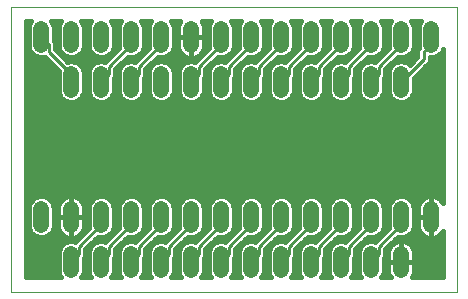
<source format=gtl>
G75*
%MOIN*%
%OFA0B0*%
%FSLAX25Y25*%
%IPPOS*%
%LPD*%
%AMOC8*
5,1,8,0,0,1.08239X$1,22.5*
%
%ADD10C,0.00000*%
%ADD11C,0.05200*%
%ADD12C,0.01000*%
%ADD13C,0.01600*%
D10*
X0011800Y0011800D02*
X0011800Y0106761D01*
X0160501Y0106761D01*
X0160501Y0011800D01*
X0011800Y0011800D01*
D11*
X0031800Y0019200D02*
X0031800Y0024400D01*
X0041800Y0024400D02*
X0041800Y0019200D01*
X0051800Y0019200D02*
X0051800Y0024400D01*
X0061800Y0024400D02*
X0061800Y0019200D01*
X0071800Y0019200D02*
X0071800Y0024400D01*
X0081800Y0024400D02*
X0081800Y0019200D01*
X0091800Y0019200D02*
X0091800Y0024400D01*
X0101800Y0024400D02*
X0101800Y0019200D01*
X0111800Y0019200D02*
X0111800Y0024400D01*
X0121800Y0024400D02*
X0121800Y0019200D01*
X0131800Y0019200D02*
X0131800Y0024400D01*
X0141800Y0024400D02*
X0141800Y0019200D01*
X0141800Y0034200D02*
X0141800Y0039400D01*
X0131800Y0039400D02*
X0131800Y0034200D01*
X0121800Y0034200D02*
X0121800Y0039400D01*
X0111800Y0039400D02*
X0111800Y0034200D01*
X0101800Y0034200D02*
X0101800Y0039400D01*
X0091800Y0039400D02*
X0091800Y0034200D01*
X0081800Y0034200D02*
X0081800Y0039400D01*
X0071800Y0039400D02*
X0071800Y0034200D01*
X0061800Y0034200D02*
X0061800Y0039400D01*
X0051800Y0039400D02*
X0051800Y0034200D01*
X0041800Y0034200D02*
X0041800Y0039400D01*
X0031800Y0039400D02*
X0031800Y0034200D01*
X0021800Y0034200D02*
X0021800Y0039400D01*
X0031800Y0079200D02*
X0031800Y0084400D01*
X0041800Y0084400D02*
X0041800Y0079200D01*
X0051800Y0079200D02*
X0051800Y0084400D01*
X0061800Y0084400D02*
X0061800Y0079200D01*
X0071800Y0079200D02*
X0071800Y0084400D01*
X0081800Y0084400D02*
X0081800Y0079200D01*
X0091800Y0079200D02*
X0091800Y0084400D01*
X0101800Y0084400D02*
X0101800Y0079200D01*
X0111800Y0079200D02*
X0111800Y0084400D01*
X0121800Y0084400D02*
X0121800Y0079200D01*
X0131800Y0079200D02*
X0131800Y0084400D01*
X0141800Y0084400D02*
X0141800Y0079200D01*
X0141800Y0094200D02*
X0141800Y0099400D01*
X0131800Y0099400D02*
X0131800Y0094200D01*
X0121800Y0094200D02*
X0121800Y0099400D01*
X0111800Y0099400D02*
X0111800Y0094200D01*
X0101800Y0094200D02*
X0101800Y0099400D01*
X0091800Y0099400D02*
X0091800Y0094200D01*
X0081800Y0094200D02*
X0081800Y0099400D01*
X0071800Y0099400D02*
X0071800Y0094200D01*
X0061800Y0094200D02*
X0061800Y0099400D01*
X0051800Y0099400D02*
X0051800Y0094200D01*
X0041800Y0094200D02*
X0041800Y0099400D01*
X0031800Y0099400D02*
X0031800Y0094200D01*
X0021800Y0094200D02*
X0021800Y0099400D01*
X0151800Y0099400D02*
X0151800Y0094200D01*
X0151800Y0039400D02*
X0151800Y0034200D01*
D12*
X0141800Y0034300D02*
X0141800Y0036800D01*
X0141800Y0034300D02*
X0134300Y0026800D01*
X0134300Y0024300D01*
X0131800Y0021800D01*
X0124300Y0024300D02*
X0124300Y0026800D01*
X0131800Y0034300D01*
X0131800Y0036800D01*
X0121800Y0036800D02*
X0121800Y0034300D01*
X0114300Y0026800D01*
X0114300Y0024300D01*
X0111800Y0021800D01*
X0104300Y0024300D02*
X0104300Y0026800D01*
X0111800Y0034300D01*
X0111800Y0036800D01*
X0101800Y0036800D02*
X0101800Y0034300D01*
X0094300Y0026800D01*
X0094300Y0024300D01*
X0091800Y0021800D01*
X0084300Y0024300D02*
X0084300Y0026800D01*
X0091800Y0034300D01*
X0091800Y0036800D01*
X0081800Y0036800D02*
X0081800Y0034300D01*
X0074300Y0026800D01*
X0074300Y0024300D01*
X0071800Y0021800D01*
X0064300Y0024300D02*
X0064300Y0026800D01*
X0071800Y0034300D01*
X0071800Y0036800D01*
X0061800Y0036800D02*
X0061800Y0034300D01*
X0054300Y0026800D01*
X0054300Y0024300D01*
X0051800Y0021800D01*
X0044300Y0024300D02*
X0044300Y0026800D01*
X0051800Y0034300D01*
X0051800Y0036800D01*
X0041800Y0036800D02*
X0041800Y0034300D01*
X0034300Y0026800D01*
X0034300Y0024300D01*
X0031800Y0021800D01*
X0041800Y0021800D02*
X0044300Y0024300D01*
X0061800Y0021800D02*
X0064300Y0024300D01*
X0081800Y0021800D02*
X0084300Y0024300D01*
X0101800Y0021800D02*
X0104300Y0024300D01*
X0121800Y0021800D02*
X0124300Y0024300D01*
X0121800Y0081800D02*
X0124300Y0084300D01*
X0124300Y0086800D01*
X0131800Y0094300D01*
X0131800Y0096800D01*
X0121800Y0096800D02*
X0121800Y0094300D01*
X0114300Y0086800D01*
X0114300Y0084300D01*
X0111800Y0081800D01*
X0104300Y0084300D02*
X0104300Y0086800D01*
X0111800Y0094300D01*
X0111800Y0096800D01*
X0101800Y0096800D02*
X0101800Y0094300D01*
X0094300Y0086800D01*
X0094300Y0084300D01*
X0091800Y0081800D01*
X0084300Y0084300D02*
X0084300Y0086800D01*
X0091800Y0094300D01*
X0091800Y0096800D01*
X0081800Y0096800D02*
X0081800Y0094300D01*
X0074300Y0086800D01*
X0074300Y0084300D01*
X0071800Y0081800D01*
X0081800Y0081800D02*
X0084300Y0084300D01*
X0101800Y0081800D02*
X0104300Y0084300D01*
X0131800Y0081800D02*
X0134300Y0084300D01*
X0134300Y0086800D01*
X0141800Y0094300D01*
X0141800Y0096800D01*
X0149300Y0091800D02*
X0151800Y0094300D01*
X0151800Y0096800D01*
X0149300Y0091800D02*
X0149300Y0089300D01*
X0141800Y0081800D01*
X0061800Y0094300D02*
X0061800Y0096800D01*
X0061800Y0094300D02*
X0054300Y0086800D01*
X0054300Y0084300D01*
X0051800Y0081800D01*
X0044300Y0084300D02*
X0044300Y0086800D01*
X0051800Y0094300D01*
X0051800Y0096800D01*
X0044300Y0084300D02*
X0041800Y0081800D01*
X0031800Y0081800D02*
X0031800Y0084300D01*
X0024300Y0091800D01*
X0024300Y0094300D01*
X0021800Y0096800D01*
D13*
X0026000Y0096521D02*
X0027600Y0096521D01*
X0027600Y0094923D02*
X0026400Y0094923D01*
X0026400Y0095170D02*
X0026000Y0095570D01*
X0026000Y0100235D01*
X0025361Y0101779D01*
X0025179Y0101961D01*
X0028421Y0101961D01*
X0028239Y0101779D01*
X0027600Y0100235D01*
X0027600Y0093365D01*
X0028239Y0091821D01*
X0029421Y0090639D01*
X0030965Y0090000D01*
X0032635Y0090000D01*
X0034179Y0090639D01*
X0035361Y0091821D01*
X0036000Y0093365D01*
X0036000Y0100235D01*
X0035361Y0101779D01*
X0035179Y0101961D01*
X0038421Y0101961D01*
X0038239Y0101779D01*
X0037600Y0100235D01*
X0037600Y0093365D01*
X0038239Y0091821D01*
X0039421Y0090639D01*
X0040965Y0090000D01*
X0042635Y0090000D01*
X0044179Y0090639D01*
X0045361Y0091821D01*
X0046000Y0093365D01*
X0046000Y0100235D01*
X0045361Y0101779D01*
X0045179Y0101961D01*
X0048421Y0101961D01*
X0048239Y0101779D01*
X0047600Y0100235D01*
X0047600Y0093365D01*
X0047686Y0093156D01*
X0042985Y0088455D01*
X0042635Y0088600D01*
X0040965Y0088600D01*
X0039421Y0087961D01*
X0038239Y0086779D01*
X0037600Y0085235D01*
X0037600Y0078365D01*
X0038239Y0076821D01*
X0039421Y0075639D01*
X0040965Y0075000D01*
X0042635Y0075000D01*
X0044179Y0075639D01*
X0045361Y0076821D01*
X0046000Y0078365D01*
X0046000Y0083030D01*
X0046400Y0083430D01*
X0046400Y0085930D01*
X0050615Y0090145D01*
X0050965Y0090000D01*
X0052635Y0090000D01*
X0054179Y0090639D01*
X0055361Y0091821D01*
X0056000Y0093365D01*
X0056000Y0100235D01*
X0055361Y0101779D01*
X0055179Y0101961D01*
X0058421Y0101961D01*
X0058239Y0101779D01*
X0057600Y0100235D01*
X0057600Y0093365D01*
X0057686Y0093156D01*
X0052985Y0088455D01*
X0052635Y0088600D01*
X0050965Y0088600D01*
X0049421Y0087961D01*
X0048239Y0086779D01*
X0047600Y0085235D01*
X0047600Y0078365D01*
X0048239Y0076821D01*
X0049421Y0075639D01*
X0050965Y0075000D01*
X0052635Y0075000D01*
X0054179Y0075639D01*
X0055361Y0076821D01*
X0056000Y0078365D01*
X0056000Y0083030D01*
X0056400Y0083430D01*
X0056400Y0085930D01*
X0060615Y0090145D01*
X0060965Y0090000D01*
X0062635Y0090000D01*
X0064179Y0090639D01*
X0065361Y0091821D01*
X0066000Y0093365D01*
X0066000Y0100235D01*
X0065361Y0101779D01*
X0065179Y0101961D01*
X0068222Y0101961D01*
X0068037Y0101706D01*
X0067722Y0101089D01*
X0067508Y0100430D01*
X0067400Y0099746D01*
X0067400Y0096800D01*
X0071800Y0096800D01*
X0076200Y0096800D01*
X0076200Y0099746D01*
X0076092Y0100430D01*
X0075878Y0101089D01*
X0075563Y0101706D01*
X0075378Y0101961D01*
X0078421Y0101961D01*
X0078239Y0101779D01*
X0077600Y0100235D01*
X0077600Y0093365D01*
X0077686Y0093156D01*
X0072985Y0088455D01*
X0072635Y0088600D01*
X0070965Y0088600D01*
X0069421Y0087961D01*
X0068239Y0086779D01*
X0067600Y0085235D01*
X0067600Y0078365D01*
X0068239Y0076821D01*
X0069421Y0075639D01*
X0070965Y0075000D01*
X0072635Y0075000D01*
X0074179Y0075639D01*
X0075361Y0076821D01*
X0076000Y0078365D01*
X0076000Y0083030D01*
X0076400Y0083430D01*
X0076400Y0085930D01*
X0080615Y0090145D01*
X0080965Y0090000D01*
X0082635Y0090000D01*
X0084179Y0090639D01*
X0085361Y0091821D01*
X0086000Y0093365D01*
X0086000Y0100235D01*
X0085361Y0101779D01*
X0085179Y0101961D01*
X0088421Y0101961D01*
X0088239Y0101779D01*
X0087600Y0100235D01*
X0087600Y0093365D01*
X0087686Y0093156D01*
X0082985Y0088455D01*
X0082635Y0088600D01*
X0080965Y0088600D01*
X0079421Y0087961D01*
X0078239Y0086779D01*
X0077600Y0085235D01*
X0077600Y0078365D01*
X0078239Y0076821D01*
X0079421Y0075639D01*
X0080965Y0075000D01*
X0082635Y0075000D01*
X0084179Y0075639D01*
X0085361Y0076821D01*
X0086000Y0078365D01*
X0086000Y0083030D01*
X0086400Y0083430D01*
X0086400Y0085930D01*
X0090615Y0090145D01*
X0090965Y0090000D01*
X0092635Y0090000D01*
X0094179Y0090639D01*
X0095361Y0091821D01*
X0096000Y0093365D01*
X0096000Y0100235D01*
X0095361Y0101779D01*
X0095179Y0101961D01*
X0098421Y0101961D01*
X0098239Y0101779D01*
X0097600Y0100235D01*
X0097600Y0093365D01*
X0097686Y0093156D01*
X0092985Y0088455D01*
X0092635Y0088600D01*
X0090965Y0088600D01*
X0089421Y0087961D01*
X0088239Y0086779D01*
X0087600Y0085235D01*
X0087600Y0078365D01*
X0088239Y0076821D01*
X0089421Y0075639D01*
X0090965Y0075000D01*
X0092635Y0075000D01*
X0094179Y0075639D01*
X0095361Y0076821D01*
X0096000Y0078365D01*
X0096000Y0083030D01*
X0096400Y0083430D01*
X0096400Y0085930D01*
X0100615Y0090145D01*
X0100965Y0090000D01*
X0102635Y0090000D01*
X0104179Y0090639D01*
X0105361Y0091821D01*
X0106000Y0093365D01*
X0106000Y0100235D01*
X0105361Y0101779D01*
X0105179Y0101961D01*
X0108421Y0101961D01*
X0108239Y0101779D01*
X0107600Y0100235D01*
X0107600Y0093365D01*
X0107686Y0093156D01*
X0102985Y0088455D01*
X0102635Y0088600D01*
X0100965Y0088600D01*
X0099421Y0087961D01*
X0098239Y0086779D01*
X0097600Y0085235D01*
X0097600Y0078365D01*
X0098239Y0076821D01*
X0099421Y0075639D01*
X0100965Y0075000D01*
X0102635Y0075000D01*
X0104179Y0075639D01*
X0105361Y0076821D01*
X0106000Y0078365D01*
X0106000Y0083030D01*
X0106400Y0083430D01*
X0106400Y0085930D01*
X0110615Y0090145D01*
X0110965Y0090000D01*
X0112635Y0090000D01*
X0114179Y0090639D01*
X0115361Y0091821D01*
X0116000Y0093365D01*
X0116000Y0100235D01*
X0115361Y0101779D01*
X0115179Y0101961D01*
X0118421Y0101961D01*
X0118239Y0101779D01*
X0117600Y0100235D01*
X0117600Y0093365D01*
X0117686Y0093156D01*
X0112985Y0088455D01*
X0112635Y0088600D01*
X0110965Y0088600D01*
X0109421Y0087961D01*
X0108239Y0086779D01*
X0107600Y0085235D01*
X0107600Y0078365D01*
X0108239Y0076821D01*
X0109421Y0075639D01*
X0110965Y0075000D01*
X0112635Y0075000D01*
X0114179Y0075639D01*
X0115361Y0076821D01*
X0116000Y0078365D01*
X0116000Y0083030D01*
X0116400Y0083430D01*
X0116400Y0085930D01*
X0120615Y0090145D01*
X0120965Y0090000D01*
X0122635Y0090000D01*
X0124179Y0090639D01*
X0125361Y0091821D01*
X0126000Y0093365D01*
X0126000Y0100235D01*
X0125361Y0101779D01*
X0125179Y0101961D01*
X0128421Y0101961D01*
X0128239Y0101779D01*
X0127600Y0100235D01*
X0127600Y0093365D01*
X0127686Y0093156D01*
X0122985Y0088455D01*
X0122635Y0088600D01*
X0120965Y0088600D01*
X0119421Y0087961D01*
X0118239Y0086779D01*
X0117600Y0085235D01*
X0117600Y0078365D01*
X0118239Y0076821D01*
X0119421Y0075639D01*
X0120965Y0075000D01*
X0122635Y0075000D01*
X0124179Y0075639D01*
X0125361Y0076821D01*
X0126000Y0078365D01*
X0126000Y0083030D01*
X0126400Y0083430D01*
X0126400Y0085930D01*
X0130615Y0090145D01*
X0130965Y0090000D01*
X0132635Y0090000D01*
X0134179Y0090639D01*
X0135361Y0091821D01*
X0136000Y0093365D01*
X0136000Y0100235D01*
X0135361Y0101779D01*
X0135179Y0101961D01*
X0138421Y0101961D01*
X0138239Y0101779D01*
X0137600Y0100235D01*
X0137600Y0093365D01*
X0137686Y0093156D01*
X0132985Y0088455D01*
X0132635Y0088600D01*
X0130965Y0088600D01*
X0129421Y0087961D01*
X0128239Y0086779D01*
X0127600Y0085235D01*
X0127600Y0078365D01*
X0128239Y0076821D01*
X0129421Y0075639D01*
X0130965Y0075000D01*
X0132635Y0075000D01*
X0134179Y0075639D01*
X0135361Y0076821D01*
X0136000Y0078365D01*
X0136000Y0083030D01*
X0136400Y0083430D01*
X0136400Y0085930D01*
X0140615Y0090145D01*
X0140965Y0090000D01*
X0142635Y0090000D01*
X0144179Y0090639D01*
X0145361Y0091821D01*
X0146000Y0093365D01*
X0146000Y0100235D01*
X0145361Y0101779D01*
X0145179Y0101961D01*
X0148421Y0101961D01*
X0148239Y0101779D01*
X0147600Y0100235D01*
X0147600Y0093365D01*
X0147686Y0093156D01*
X0147200Y0092670D01*
X0147200Y0090170D01*
X0144585Y0087555D01*
X0144179Y0087961D01*
X0142635Y0088600D01*
X0140965Y0088600D01*
X0139421Y0087961D01*
X0138239Y0086779D01*
X0137600Y0085235D01*
X0137600Y0078365D01*
X0138239Y0076821D01*
X0139421Y0075639D01*
X0140965Y0075000D01*
X0142635Y0075000D01*
X0144179Y0075639D01*
X0145361Y0076821D01*
X0146000Y0078365D01*
X0146000Y0083030D01*
X0151400Y0088430D01*
X0151400Y0090000D01*
X0152635Y0090000D01*
X0154179Y0090639D01*
X0155361Y0091821D01*
X0155701Y0092642D01*
X0155701Y0041436D01*
X0155563Y0041706D01*
X0155156Y0042266D01*
X0154666Y0042756D01*
X0154106Y0043163D01*
X0153489Y0043478D01*
X0152830Y0043692D01*
X0152146Y0043800D01*
X0151800Y0043800D01*
X0151800Y0036800D01*
X0151800Y0036800D01*
X0151800Y0029800D01*
X0152146Y0029800D01*
X0152830Y0029908D01*
X0153489Y0030122D01*
X0154106Y0030437D01*
X0154666Y0030844D01*
X0155156Y0031334D01*
X0155563Y0031894D01*
X0155701Y0032164D01*
X0155701Y0016600D01*
X0145350Y0016600D01*
X0145563Y0016894D01*
X0145878Y0017511D01*
X0146092Y0018170D01*
X0146200Y0018854D01*
X0146200Y0021800D01*
X0146200Y0024746D01*
X0146092Y0025430D01*
X0145878Y0026089D01*
X0145563Y0026706D01*
X0145156Y0027266D01*
X0144666Y0027756D01*
X0144106Y0028163D01*
X0143489Y0028478D01*
X0142830Y0028692D01*
X0142146Y0028800D01*
X0141800Y0028800D01*
X0141800Y0021800D01*
X0141800Y0021800D01*
X0146200Y0021800D01*
X0141800Y0021800D01*
X0141800Y0021800D01*
X0141800Y0021800D01*
X0137400Y0021800D01*
X0137400Y0024746D01*
X0137508Y0025430D01*
X0137722Y0026089D01*
X0138037Y0026706D01*
X0138444Y0027266D01*
X0138934Y0027756D01*
X0139494Y0028163D01*
X0140111Y0028478D01*
X0140770Y0028692D01*
X0141454Y0028800D01*
X0141800Y0028800D01*
X0141800Y0021800D01*
X0137400Y0021800D01*
X0137400Y0018854D01*
X0137508Y0018170D01*
X0137722Y0017511D01*
X0138037Y0016894D01*
X0138250Y0016600D01*
X0135140Y0016600D01*
X0135361Y0016821D01*
X0136000Y0018365D01*
X0136000Y0023030D01*
X0136400Y0023430D01*
X0136400Y0025930D01*
X0140615Y0030145D01*
X0140965Y0030000D01*
X0142635Y0030000D01*
X0144179Y0030639D01*
X0145361Y0031821D01*
X0146000Y0033365D01*
X0146000Y0040235D01*
X0145361Y0041779D01*
X0144179Y0042961D01*
X0142635Y0043600D01*
X0140965Y0043600D01*
X0139421Y0042961D01*
X0138239Y0041779D01*
X0137600Y0040235D01*
X0137600Y0033365D01*
X0137686Y0033156D01*
X0132985Y0028455D01*
X0132635Y0028600D01*
X0130965Y0028600D01*
X0129421Y0027961D01*
X0128239Y0026779D01*
X0127600Y0025235D01*
X0127600Y0018365D01*
X0128239Y0016821D01*
X0128460Y0016600D01*
X0125140Y0016600D01*
X0125361Y0016821D01*
X0126000Y0018365D01*
X0126000Y0023030D01*
X0126400Y0023430D01*
X0126400Y0025930D01*
X0130615Y0030145D01*
X0130965Y0030000D01*
X0132635Y0030000D01*
X0134179Y0030639D01*
X0135361Y0031821D01*
X0136000Y0033365D01*
X0136000Y0040235D01*
X0135361Y0041779D01*
X0134179Y0042961D01*
X0132635Y0043600D01*
X0130965Y0043600D01*
X0129421Y0042961D01*
X0128239Y0041779D01*
X0127600Y0040235D01*
X0127600Y0033365D01*
X0127686Y0033156D01*
X0122985Y0028455D01*
X0122635Y0028600D01*
X0120965Y0028600D01*
X0119421Y0027961D01*
X0118239Y0026779D01*
X0117600Y0025235D01*
X0117600Y0018365D01*
X0118239Y0016821D01*
X0118460Y0016600D01*
X0115140Y0016600D01*
X0115361Y0016821D01*
X0116000Y0018365D01*
X0116000Y0023030D01*
X0116400Y0023430D01*
X0116400Y0025930D01*
X0120615Y0030145D01*
X0120965Y0030000D01*
X0122635Y0030000D01*
X0124179Y0030639D01*
X0125361Y0031821D01*
X0126000Y0033365D01*
X0126000Y0040235D01*
X0125361Y0041779D01*
X0124179Y0042961D01*
X0122635Y0043600D01*
X0120965Y0043600D01*
X0119421Y0042961D01*
X0118239Y0041779D01*
X0117600Y0040235D01*
X0117600Y0033365D01*
X0117686Y0033156D01*
X0112985Y0028455D01*
X0112635Y0028600D01*
X0110965Y0028600D01*
X0109421Y0027961D01*
X0108239Y0026779D01*
X0107600Y0025235D01*
X0107600Y0018365D01*
X0108239Y0016821D01*
X0108460Y0016600D01*
X0105140Y0016600D01*
X0105361Y0016821D01*
X0106000Y0018365D01*
X0106000Y0023030D01*
X0106400Y0023430D01*
X0106400Y0025930D01*
X0110615Y0030145D01*
X0110965Y0030000D01*
X0112635Y0030000D01*
X0114179Y0030639D01*
X0115361Y0031821D01*
X0116000Y0033365D01*
X0116000Y0040235D01*
X0115361Y0041779D01*
X0114179Y0042961D01*
X0112635Y0043600D01*
X0110965Y0043600D01*
X0109421Y0042961D01*
X0108239Y0041779D01*
X0107600Y0040235D01*
X0107600Y0033365D01*
X0107686Y0033156D01*
X0102985Y0028455D01*
X0102635Y0028600D01*
X0100965Y0028600D01*
X0099421Y0027961D01*
X0098239Y0026779D01*
X0097600Y0025235D01*
X0097600Y0018365D01*
X0098239Y0016821D01*
X0098460Y0016600D01*
X0095140Y0016600D01*
X0095361Y0016821D01*
X0096000Y0018365D01*
X0096000Y0023030D01*
X0096400Y0023430D01*
X0096400Y0025930D01*
X0100615Y0030145D01*
X0100965Y0030000D01*
X0102635Y0030000D01*
X0104179Y0030639D01*
X0105361Y0031821D01*
X0106000Y0033365D01*
X0106000Y0040235D01*
X0105361Y0041779D01*
X0104179Y0042961D01*
X0102635Y0043600D01*
X0100965Y0043600D01*
X0099421Y0042961D01*
X0098239Y0041779D01*
X0097600Y0040235D01*
X0097600Y0033365D01*
X0097686Y0033156D01*
X0092985Y0028455D01*
X0092635Y0028600D01*
X0090965Y0028600D01*
X0089421Y0027961D01*
X0088239Y0026779D01*
X0087600Y0025235D01*
X0087600Y0018365D01*
X0088239Y0016821D01*
X0088460Y0016600D01*
X0085140Y0016600D01*
X0085361Y0016821D01*
X0086000Y0018365D01*
X0086000Y0023030D01*
X0086400Y0023430D01*
X0086400Y0025930D01*
X0090615Y0030145D01*
X0090965Y0030000D01*
X0092635Y0030000D01*
X0094179Y0030639D01*
X0095361Y0031821D01*
X0096000Y0033365D01*
X0096000Y0040235D01*
X0095361Y0041779D01*
X0094179Y0042961D01*
X0092635Y0043600D01*
X0090965Y0043600D01*
X0089421Y0042961D01*
X0088239Y0041779D01*
X0087600Y0040235D01*
X0087600Y0033365D01*
X0087686Y0033156D01*
X0082985Y0028455D01*
X0082635Y0028600D01*
X0080965Y0028600D01*
X0079421Y0027961D01*
X0078239Y0026779D01*
X0077600Y0025235D01*
X0077600Y0018365D01*
X0078239Y0016821D01*
X0078460Y0016600D01*
X0075140Y0016600D01*
X0075361Y0016821D01*
X0076000Y0018365D01*
X0076000Y0023030D01*
X0076400Y0023430D01*
X0076400Y0025930D01*
X0080615Y0030145D01*
X0080965Y0030000D01*
X0082635Y0030000D01*
X0084179Y0030639D01*
X0085361Y0031821D01*
X0086000Y0033365D01*
X0086000Y0040235D01*
X0085361Y0041779D01*
X0084179Y0042961D01*
X0082635Y0043600D01*
X0080965Y0043600D01*
X0079421Y0042961D01*
X0078239Y0041779D01*
X0077600Y0040235D01*
X0077600Y0033365D01*
X0077686Y0033156D01*
X0072985Y0028455D01*
X0072635Y0028600D01*
X0070965Y0028600D01*
X0069421Y0027961D01*
X0068239Y0026779D01*
X0067600Y0025235D01*
X0067600Y0018365D01*
X0068239Y0016821D01*
X0068460Y0016600D01*
X0065140Y0016600D01*
X0065361Y0016821D01*
X0066000Y0018365D01*
X0066000Y0023030D01*
X0066400Y0023430D01*
X0066400Y0025930D01*
X0070615Y0030145D01*
X0070965Y0030000D01*
X0072635Y0030000D01*
X0074179Y0030639D01*
X0075361Y0031821D01*
X0076000Y0033365D01*
X0076000Y0040235D01*
X0075361Y0041779D01*
X0074179Y0042961D01*
X0072635Y0043600D01*
X0070965Y0043600D01*
X0069421Y0042961D01*
X0068239Y0041779D01*
X0067600Y0040235D01*
X0067600Y0033365D01*
X0067686Y0033156D01*
X0062985Y0028455D01*
X0062635Y0028600D01*
X0060965Y0028600D01*
X0059421Y0027961D01*
X0058239Y0026779D01*
X0057600Y0025235D01*
X0057600Y0018365D01*
X0058239Y0016821D01*
X0058460Y0016600D01*
X0055140Y0016600D01*
X0055361Y0016821D01*
X0056000Y0018365D01*
X0056000Y0023030D01*
X0056400Y0023430D01*
X0056400Y0025930D01*
X0060615Y0030145D01*
X0060965Y0030000D01*
X0062635Y0030000D01*
X0064179Y0030639D01*
X0065361Y0031821D01*
X0066000Y0033365D01*
X0066000Y0040235D01*
X0065361Y0041779D01*
X0064179Y0042961D01*
X0062635Y0043600D01*
X0060965Y0043600D01*
X0059421Y0042961D01*
X0058239Y0041779D01*
X0057600Y0040235D01*
X0057600Y0033365D01*
X0057686Y0033156D01*
X0052985Y0028455D01*
X0052635Y0028600D01*
X0050965Y0028600D01*
X0049421Y0027961D01*
X0048239Y0026779D01*
X0047600Y0025235D01*
X0047600Y0018365D01*
X0048239Y0016821D01*
X0048460Y0016600D01*
X0045140Y0016600D01*
X0045361Y0016821D01*
X0046000Y0018365D01*
X0046000Y0023030D01*
X0046400Y0023430D01*
X0046400Y0025930D01*
X0050615Y0030145D01*
X0050965Y0030000D01*
X0052635Y0030000D01*
X0054179Y0030639D01*
X0055361Y0031821D01*
X0056000Y0033365D01*
X0056000Y0040235D01*
X0055361Y0041779D01*
X0054179Y0042961D01*
X0052635Y0043600D01*
X0050965Y0043600D01*
X0049421Y0042961D01*
X0048239Y0041779D01*
X0047600Y0040235D01*
X0047600Y0033365D01*
X0047686Y0033156D01*
X0042985Y0028455D01*
X0042635Y0028600D01*
X0040965Y0028600D01*
X0039421Y0027961D01*
X0038239Y0026779D01*
X0037600Y0025235D01*
X0037600Y0018365D01*
X0038239Y0016821D01*
X0038460Y0016600D01*
X0035140Y0016600D01*
X0035361Y0016821D01*
X0036000Y0018365D01*
X0036000Y0023030D01*
X0036400Y0023430D01*
X0036400Y0025930D01*
X0040615Y0030145D01*
X0040965Y0030000D01*
X0042635Y0030000D01*
X0044179Y0030639D01*
X0045361Y0031821D01*
X0046000Y0033365D01*
X0046000Y0040235D01*
X0045361Y0041779D01*
X0044179Y0042961D01*
X0042635Y0043600D01*
X0040965Y0043600D01*
X0039421Y0042961D01*
X0038239Y0041779D01*
X0037600Y0040235D01*
X0037600Y0033365D01*
X0037686Y0033156D01*
X0032985Y0028455D01*
X0032635Y0028600D01*
X0030965Y0028600D01*
X0029421Y0027961D01*
X0028239Y0026779D01*
X0027600Y0025235D01*
X0027600Y0018365D01*
X0028239Y0016821D01*
X0028460Y0016600D01*
X0016600Y0016600D01*
X0016600Y0101961D01*
X0018421Y0101961D01*
X0018239Y0101779D01*
X0017600Y0100235D01*
X0017600Y0093365D01*
X0018239Y0091821D01*
X0019421Y0090639D01*
X0020965Y0090000D01*
X0022635Y0090000D01*
X0022985Y0090145D01*
X0027686Y0085444D01*
X0027600Y0085235D01*
X0027600Y0078365D01*
X0028239Y0076821D01*
X0029421Y0075639D01*
X0030965Y0075000D01*
X0032635Y0075000D01*
X0034179Y0075639D01*
X0035361Y0076821D01*
X0036000Y0078365D01*
X0036000Y0085235D01*
X0035361Y0086779D01*
X0034179Y0087961D01*
X0032635Y0088600D01*
X0030965Y0088600D01*
X0030615Y0088455D01*
X0026400Y0092670D01*
X0026400Y0095170D01*
X0026400Y0093324D02*
X0027617Y0093324D01*
X0027344Y0091726D02*
X0028335Y0091726D01*
X0028943Y0090127D02*
X0030658Y0090127D01*
X0030541Y0088529D02*
X0030792Y0088529D01*
X0032808Y0088529D02*
X0040792Y0088529D01*
X0040658Y0090127D02*
X0032942Y0090127D01*
X0035265Y0091726D02*
X0038335Y0091726D01*
X0037617Y0093324D02*
X0035983Y0093324D01*
X0036000Y0094923D02*
X0037600Y0094923D01*
X0037600Y0096521D02*
X0036000Y0096521D01*
X0036000Y0098120D02*
X0037600Y0098120D01*
X0037600Y0099718D02*
X0036000Y0099718D01*
X0035552Y0101317D02*
X0038048Y0101317D01*
X0045552Y0101317D02*
X0048048Y0101317D01*
X0047600Y0099718D02*
X0046000Y0099718D01*
X0046000Y0098120D02*
X0047600Y0098120D01*
X0047600Y0096521D02*
X0046000Y0096521D01*
X0046000Y0094923D02*
X0047600Y0094923D01*
X0047617Y0093324D02*
X0045983Y0093324D01*
X0046256Y0091726D02*
X0045265Y0091726D01*
X0044657Y0090127D02*
X0042942Y0090127D01*
X0043059Y0088529D02*
X0042808Y0088529D01*
X0038390Y0086930D02*
X0035210Y0086930D01*
X0035960Y0085332D02*
X0037640Y0085332D01*
X0037600Y0083733D02*
X0036000Y0083733D01*
X0036000Y0082134D02*
X0037600Y0082134D01*
X0037600Y0080536D02*
X0036000Y0080536D01*
X0036000Y0078937D02*
X0037600Y0078937D01*
X0038025Y0077339D02*
X0035575Y0077339D01*
X0034280Y0075740D02*
X0039320Y0075740D01*
X0044280Y0075740D02*
X0049320Y0075740D01*
X0048025Y0077339D02*
X0045575Y0077339D01*
X0046000Y0078937D02*
X0047600Y0078937D01*
X0047600Y0080536D02*
X0046000Y0080536D01*
X0046000Y0082134D02*
X0047600Y0082134D01*
X0047600Y0083733D02*
X0046400Y0083733D01*
X0046400Y0085332D02*
X0047640Y0085332D01*
X0047400Y0086930D02*
X0048390Y0086930D01*
X0048998Y0088529D02*
X0050792Y0088529D01*
X0050658Y0090127D02*
X0050597Y0090127D01*
X0052942Y0090127D02*
X0054657Y0090127D01*
X0053059Y0088529D02*
X0052808Y0088529D01*
X0055265Y0091726D02*
X0056256Y0091726D01*
X0055983Y0093324D02*
X0057617Y0093324D01*
X0057600Y0094923D02*
X0056000Y0094923D01*
X0056000Y0096521D02*
X0057600Y0096521D01*
X0057600Y0098120D02*
X0056000Y0098120D01*
X0056000Y0099718D02*
X0057600Y0099718D01*
X0058048Y0101317D02*
X0055552Y0101317D01*
X0065552Y0101317D02*
X0067838Y0101317D01*
X0067400Y0099718D02*
X0066000Y0099718D01*
X0066000Y0098120D02*
X0067400Y0098120D01*
X0067400Y0096800D02*
X0067400Y0093854D01*
X0067508Y0093170D01*
X0067722Y0092511D01*
X0068037Y0091894D01*
X0068444Y0091334D01*
X0068934Y0090844D01*
X0069494Y0090437D01*
X0070111Y0090122D01*
X0070770Y0089908D01*
X0071454Y0089800D01*
X0071800Y0089800D01*
X0072146Y0089800D01*
X0072830Y0089908D01*
X0073489Y0090122D01*
X0074106Y0090437D01*
X0074666Y0090844D01*
X0075156Y0091334D01*
X0075563Y0091894D01*
X0075878Y0092511D01*
X0076092Y0093170D01*
X0076200Y0093854D01*
X0076200Y0096800D01*
X0071800Y0096800D01*
X0071800Y0096800D01*
X0071800Y0089800D01*
X0071800Y0096800D01*
X0071800Y0096800D01*
X0071800Y0096800D01*
X0067400Y0096800D01*
X0067400Y0096521D02*
X0066000Y0096521D01*
X0066000Y0094923D02*
X0067400Y0094923D01*
X0067484Y0093324D02*
X0065983Y0093324D01*
X0065265Y0091726D02*
X0068159Y0091726D01*
X0070102Y0090127D02*
X0062942Y0090127D01*
X0062635Y0088600D02*
X0060965Y0088600D01*
X0059421Y0087961D01*
X0058239Y0086779D01*
X0057600Y0085235D01*
X0057600Y0078365D01*
X0058239Y0076821D01*
X0059421Y0075639D01*
X0060965Y0075000D01*
X0062635Y0075000D01*
X0064179Y0075639D01*
X0065361Y0076821D01*
X0066000Y0078365D01*
X0066000Y0085235D01*
X0065361Y0086779D01*
X0064179Y0087961D01*
X0062635Y0088600D01*
X0062808Y0088529D02*
X0070792Y0088529D01*
X0071800Y0090127D02*
X0071800Y0090127D01*
X0073498Y0090127D02*
X0074657Y0090127D01*
X0073059Y0088529D02*
X0072808Y0088529D01*
X0068390Y0086930D02*
X0065210Y0086930D01*
X0065960Y0085332D02*
X0067640Y0085332D01*
X0067600Y0083733D02*
X0066000Y0083733D01*
X0066000Y0082134D02*
X0067600Y0082134D01*
X0067600Y0080536D02*
X0066000Y0080536D01*
X0066000Y0078937D02*
X0067600Y0078937D01*
X0068025Y0077339D02*
X0065575Y0077339D01*
X0064280Y0075740D02*
X0069320Y0075740D01*
X0074280Y0075740D02*
X0079320Y0075740D01*
X0078025Y0077339D02*
X0075575Y0077339D01*
X0076000Y0078937D02*
X0077600Y0078937D01*
X0077600Y0080536D02*
X0076000Y0080536D01*
X0076000Y0082134D02*
X0077600Y0082134D01*
X0077600Y0083733D02*
X0076400Y0083733D01*
X0076400Y0085332D02*
X0077640Y0085332D01*
X0077400Y0086930D02*
X0078390Y0086930D01*
X0078998Y0088529D02*
X0080792Y0088529D01*
X0080658Y0090127D02*
X0080597Y0090127D01*
X0082942Y0090127D02*
X0084657Y0090127D01*
X0083059Y0088529D02*
X0082808Y0088529D01*
X0085265Y0091726D02*
X0086256Y0091726D01*
X0085983Y0093324D02*
X0087617Y0093324D01*
X0087600Y0094923D02*
X0086000Y0094923D01*
X0086000Y0096521D02*
X0087600Y0096521D01*
X0087600Y0098120D02*
X0086000Y0098120D01*
X0086000Y0099718D02*
X0087600Y0099718D01*
X0088048Y0101317D02*
X0085552Y0101317D01*
X0078048Y0101317D02*
X0075762Y0101317D01*
X0076200Y0099718D02*
X0077600Y0099718D01*
X0077600Y0098120D02*
X0076200Y0098120D01*
X0076200Y0096521D02*
X0077600Y0096521D01*
X0077600Y0094923D02*
X0076200Y0094923D01*
X0076116Y0093324D02*
X0077617Y0093324D01*
X0076256Y0091726D02*
X0075441Y0091726D01*
X0071800Y0091726D02*
X0071800Y0091726D01*
X0071800Y0093324D02*
X0071800Y0093324D01*
X0071800Y0094923D02*
X0071800Y0094923D01*
X0071800Y0096521D02*
X0071800Y0096521D01*
X0060658Y0090127D02*
X0060597Y0090127D01*
X0060792Y0088529D02*
X0058998Y0088529D01*
X0058390Y0086930D02*
X0057400Y0086930D01*
X0057640Y0085332D02*
X0056400Y0085332D01*
X0056400Y0083733D02*
X0057600Y0083733D01*
X0057600Y0082134D02*
X0056000Y0082134D01*
X0056000Y0080536D02*
X0057600Y0080536D01*
X0057600Y0078937D02*
X0056000Y0078937D01*
X0055575Y0077339D02*
X0058025Y0077339D01*
X0059320Y0075740D02*
X0054280Y0075740D01*
X0029320Y0075740D02*
X0016600Y0075740D01*
X0016600Y0074142D02*
X0155701Y0074142D01*
X0155701Y0075740D02*
X0144280Y0075740D01*
X0145575Y0077339D02*
X0155701Y0077339D01*
X0155701Y0078937D02*
X0146000Y0078937D01*
X0146000Y0080536D02*
X0155701Y0080536D01*
X0155701Y0082134D02*
X0146000Y0082134D01*
X0146703Y0083733D02*
X0155701Y0083733D01*
X0155701Y0085332D02*
X0148301Y0085332D01*
X0149900Y0086930D02*
X0155701Y0086930D01*
X0155701Y0088529D02*
X0151400Y0088529D01*
X0152942Y0090127D02*
X0155701Y0090127D01*
X0155701Y0091726D02*
X0155265Y0091726D01*
X0147617Y0093324D02*
X0145983Y0093324D01*
X0145265Y0091726D02*
X0147200Y0091726D01*
X0147157Y0090127D02*
X0142942Y0090127D01*
X0142808Y0088529D02*
X0145559Y0088529D01*
X0140792Y0088529D02*
X0138998Y0088529D01*
X0138390Y0086930D02*
X0137400Y0086930D01*
X0137640Y0085332D02*
X0136400Y0085332D01*
X0136400Y0083733D02*
X0137600Y0083733D01*
X0137600Y0082134D02*
X0136000Y0082134D01*
X0136000Y0080536D02*
X0137600Y0080536D01*
X0137600Y0078937D02*
X0136000Y0078937D01*
X0135575Y0077339D02*
X0138025Y0077339D01*
X0139320Y0075740D02*
X0134280Y0075740D01*
X0129320Y0075740D02*
X0124280Y0075740D01*
X0125575Y0077339D02*
X0128025Y0077339D01*
X0127600Y0078937D02*
X0126000Y0078937D01*
X0126000Y0080536D02*
X0127600Y0080536D01*
X0127600Y0082134D02*
X0126000Y0082134D01*
X0126400Y0083733D02*
X0127600Y0083733D01*
X0127640Y0085332D02*
X0126400Y0085332D01*
X0127400Y0086930D02*
X0128390Y0086930D01*
X0128998Y0088529D02*
X0130792Y0088529D01*
X0130658Y0090127D02*
X0130597Y0090127D01*
X0132942Y0090127D02*
X0134657Y0090127D01*
X0133059Y0088529D02*
X0132808Y0088529D01*
X0135265Y0091726D02*
X0136256Y0091726D01*
X0135983Y0093324D02*
X0137617Y0093324D01*
X0137600Y0094923D02*
X0136000Y0094923D01*
X0136000Y0096521D02*
X0137600Y0096521D01*
X0137600Y0098120D02*
X0136000Y0098120D01*
X0136000Y0099718D02*
X0137600Y0099718D01*
X0138048Y0101317D02*
X0135552Y0101317D01*
X0128048Y0101317D02*
X0125552Y0101317D01*
X0126000Y0099718D02*
X0127600Y0099718D01*
X0127600Y0098120D02*
X0126000Y0098120D01*
X0126000Y0096521D02*
X0127600Y0096521D01*
X0127600Y0094923D02*
X0126000Y0094923D01*
X0125983Y0093324D02*
X0127617Y0093324D01*
X0126256Y0091726D02*
X0125265Y0091726D01*
X0124657Y0090127D02*
X0122942Y0090127D01*
X0123059Y0088529D02*
X0122808Y0088529D01*
X0120792Y0088529D02*
X0118998Y0088529D01*
X0118390Y0086930D02*
X0117400Y0086930D01*
X0117640Y0085332D02*
X0116400Y0085332D01*
X0116400Y0083733D02*
X0117600Y0083733D01*
X0117600Y0082134D02*
X0116000Y0082134D01*
X0116000Y0080536D02*
X0117600Y0080536D01*
X0117600Y0078937D02*
X0116000Y0078937D01*
X0115575Y0077339D02*
X0118025Y0077339D01*
X0119320Y0075740D02*
X0114280Y0075740D01*
X0109320Y0075740D02*
X0104280Y0075740D01*
X0105575Y0077339D02*
X0108025Y0077339D01*
X0107600Y0078937D02*
X0106000Y0078937D01*
X0106000Y0080536D02*
X0107600Y0080536D01*
X0107600Y0082134D02*
X0106000Y0082134D01*
X0106400Y0083733D02*
X0107600Y0083733D01*
X0107640Y0085332D02*
X0106400Y0085332D01*
X0107400Y0086930D02*
X0108390Y0086930D01*
X0108998Y0088529D02*
X0110792Y0088529D01*
X0110658Y0090127D02*
X0110597Y0090127D01*
X0112808Y0088529D02*
X0113059Y0088529D01*
X0112942Y0090127D02*
X0114657Y0090127D01*
X0115265Y0091726D02*
X0116256Y0091726D01*
X0115983Y0093324D02*
X0117617Y0093324D01*
X0117600Y0094923D02*
X0116000Y0094923D01*
X0116000Y0096521D02*
X0117600Y0096521D01*
X0117600Y0098120D02*
X0116000Y0098120D01*
X0116000Y0099718D02*
X0117600Y0099718D01*
X0118048Y0101317D02*
X0115552Y0101317D01*
X0108048Y0101317D02*
X0105552Y0101317D01*
X0106000Y0099718D02*
X0107600Y0099718D01*
X0107600Y0098120D02*
X0106000Y0098120D01*
X0106000Y0096521D02*
X0107600Y0096521D01*
X0107600Y0094923D02*
X0106000Y0094923D01*
X0105983Y0093324D02*
X0107617Y0093324D01*
X0106256Y0091726D02*
X0105265Y0091726D01*
X0104657Y0090127D02*
X0102942Y0090127D01*
X0103059Y0088529D02*
X0102808Y0088529D01*
X0100792Y0088529D02*
X0098998Y0088529D01*
X0098390Y0086930D02*
X0097400Y0086930D01*
X0097640Y0085332D02*
X0096400Y0085332D01*
X0096400Y0083733D02*
X0097600Y0083733D01*
X0097600Y0082134D02*
X0096000Y0082134D01*
X0096000Y0080536D02*
X0097600Y0080536D01*
X0097600Y0078937D02*
X0096000Y0078937D01*
X0095575Y0077339D02*
X0098025Y0077339D01*
X0099320Y0075740D02*
X0094280Y0075740D01*
X0089320Y0075740D02*
X0084280Y0075740D01*
X0085575Y0077339D02*
X0088025Y0077339D01*
X0087600Y0078937D02*
X0086000Y0078937D01*
X0086000Y0080536D02*
X0087600Y0080536D01*
X0087600Y0082134D02*
X0086000Y0082134D01*
X0086400Y0083733D02*
X0087600Y0083733D01*
X0087640Y0085332D02*
X0086400Y0085332D01*
X0087400Y0086930D02*
X0088390Y0086930D01*
X0088998Y0088529D02*
X0090792Y0088529D01*
X0090658Y0090127D02*
X0090597Y0090127D01*
X0092942Y0090127D02*
X0094657Y0090127D01*
X0093059Y0088529D02*
X0092808Y0088529D01*
X0095265Y0091726D02*
X0096256Y0091726D01*
X0095983Y0093324D02*
X0097617Y0093324D01*
X0097600Y0094923D02*
X0096000Y0094923D01*
X0096000Y0096521D02*
X0097600Y0096521D01*
X0097600Y0098120D02*
X0096000Y0098120D01*
X0096000Y0099718D02*
X0097600Y0099718D01*
X0098048Y0101317D02*
X0095552Y0101317D01*
X0100597Y0090127D02*
X0100658Y0090127D01*
X0120597Y0090127D02*
X0120658Y0090127D01*
X0140597Y0090127D02*
X0140658Y0090127D01*
X0146000Y0094923D02*
X0147600Y0094923D01*
X0147600Y0096521D02*
X0146000Y0096521D01*
X0146000Y0098120D02*
X0147600Y0098120D01*
X0147600Y0099718D02*
X0146000Y0099718D01*
X0145552Y0101317D02*
X0148048Y0101317D01*
X0155701Y0072543D02*
X0016600Y0072543D01*
X0016600Y0070945D02*
X0155701Y0070945D01*
X0155701Y0069346D02*
X0016600Y0069346D01*
X0016600Y0067748D02*
X0155701Y0067748D01*
X0155701Y0066149D02*
X0016600Y0066149D01*
X0016600Y0064551D02*
X0155701Y0064551D01*
X0155701Y0062952D02*
X0016600Y0062952D01*
X0016600Y0061354D02*
X0155701Y0061354D01*
X0155701Y0059755D02*
X0016600Y0059755D01*
X0016600Y0058157D02*
X0155701Y0058157D01*
X0155701Y0056558D02*
X0016600Y0056558D01*
X0016600Y0054960D02*
X0155701Y0054960D01*
X0155701Y0053361D02*
X0016600Y0053361D01*
X0016600Y0051763D02*
X0155701Y0051763D01*
X0155701Y0050164D02*
X0016600Y0050164D01*
X0016600Y0048566D02*
X0155701Y0048566D01*
X0155701Y0046967D02*
X0016600Y0046967D01*
X0016600Y0045369D02*
X0155701Y0045369D01*
X0155701Y0043770D02*
X0152334Y0043770D01*
X0151800Y0043770D02*
X0151800Y0043770D01*
X0151800Y0043800D02*
X0151454Y0043800D01*
X0150770Y0043692D01*
X0150111Y0043478D01*
X0149494Y0043163D01*
X0148934Y0042756D01*
X0148444Y0042266D01*
X0148037Y0041706D01*
X0147722Y0041089D01*
X0147508Y0040430D01*
X0147400Y0039746D01*
X0147400Y0036800D01*
X0151800Y0036800D01*
X0151800Y0036800D01*
X0151800Y0036800D01*
X0151800Y0043800D01*
X0151266Y0043770D02*
X0032334Y0043770D01*
X0032146Y0043800D02*
X0032830Y0043692D01*
X0033489Y0043478D01*
X0034106Y0043163D01*
X0034666Y0042756D01*
X0035156Y0042266D01*
X0035563Y0041706D01*
X0035878Y0041089D01*
X0036092Y0040430D01*
X0036200Y0039746D01*
X0036200Y0036800D01*
X0031800Y0036800D01*
X0031800Y0036800D01*
X0031800Y0036800D01*
X0031800Y0043800D01*
X0032146Y0043800D01*
X0031800Y0043800D02*
X0031454Y0043800D01*
X0030770Y0043692D01*
X0030111Y0043478D01*
X0029494Y0043163D01*
X0028934Y0042756D01*
X0028444Y0042266D01*
X0028037Y0041706D01*
X0027722Y0041089D01*
X0027508Y0040430D01*
X0027400Y0039746D01*
X0027400Y0036800D01*
X0031800Y0036800D01*
X0036200Y0036800D01*
X0036200Y0033854D01*
X0036092Y0033170D01*
X0035878Y0032511D01*
X0035563Y0031894D01*
X0035156Y0031334D01*
X0034666Y0030844D01*
X0034106Y0030437D01*
X0033489Y0030122D01*
X0032830Y0029908D01*
X0032146Y0029800D01*
X0031800Y0029800D01*
X0031800Y0036800D01*
X0031800Y0036800D01*
X0031800Y0036800D01*
X0031800Y0043800D01*
X0031800Y0043770D02*
X0031800Y0043770D01*
X0031266Y0043770D02*
X0016600Y0043770D01*
X0016600Y0042172D02*
X0018632Y0042172D01*
X0018239Y0041779D02*
X0017600Y0040235D01*
X0017600Y0033365D01*
X0018239Y0031821D01*
X0019421Y0030639D01*
X0020965Y0030000D01*
X0022635Y0030000D01*
X0024179Y0030639D01*
X0025361Y0031821D01*
X0026000Y0033365D01*
X0026000Y0040235D01*
X0025361Y0041779D01*
X0024179Y0042961D01*
X0022635Y0043600D01*
X0020965Y0043600D01*
X0019421Y0042961D01*
X0018239Y0041779D01*
X0017740Y0040573D02*
X0016600Y0040573D01*
X0016600Y0038975D02*
X0017600Y0038975D01*
X0017600Y0037376D02*
X0016600Y0037376D01*
X0016600Y0035778D02*
X0017600Y0035778D01*
X0017600Y0034179D02*
X0016600Y0034179D01*
X0016600Y0032581D02*
X0017925Y0032581D01*
X0019078Y0030982D02*
X0016600Y0030982D01*
X0016600Y0029384D02*
X0033914Y0029384D01*
X0031800Y0029800D02*
X0031800Y0036800D01*
X0027400Y0036800D01*
X0027400Y0033854D01*
X0027508Y0033170D01*
X0027722Y0032511D01*
X0028037Y0031894D01*
X0028444Y0031334D01*
X0028934Y0030844D01*
X0029494Y0030437D01*
X0030111Y0030122D01*
X0030770Y0029908D01*
X0031454Y0029800D01*
X0031800Y0029800D01*
X0031800Y0030982D02*
X0031800Y0030982D01*
X0031800Y0032581D02*
X0031800Y0032581D01*
X0031800Y0034179D02*
X0031800Y0034179D01*
X0031800Y0035778D02*
X0031800Y0035778D01*
X0031800Y0037376D02*
X0031800Y0037376D01*
X0031800Y0038975D02*
X0031800Y0038975D01*
X0031800Y0040573D02*
X0031800Y0040573D01*
X0031800Y0042172D02*
X0031800Y0042172D01*
X0028375Y0042172D02*
X0024968Y0042172D01*
X0025860Y0040573D02*
X0027555Y0040573D01*
X0027400Y0038975D02*
X0026000Y0038975D01*
X0026000Y0037376D02*
X0027400Y0037376D01*
X0027400Y0035778D02*
X0026000Y0035778D01*
X0026000Y0034179D02*
X0027400Y0034179D01*
X0027700Y0032581D02*
X0025675Y0032581D01*
X0024522Y0030982D02*
X0028795Y0030982D01*
X0029245Y0027785D02*
X0016600Y0027785D01*
X0016600Y0026187D02*
X0027994Y0026187D01*
X0027600Y0024588D02*
X0016600Y0024588D01*
X0016600Y0022990D02*
X0027600Y0022990D01*
X0027600Y0021391D02*
X0016600Y0021391D01*
X0016600Y0019793D02*
X0027600Y0019793D01*
X0027671Y0018194D02*
X0016600Y0018194D01*
X0035929Y0018194D02*
X0037671Y0018194D01*
X0037600Y0019793D02*
X0036000Y0019793D01*
X0036000Y0021391D02*
X0037600Y0021391D01*
X0037600Y0022990D02*
X0036000Y0022990D01*
X0036400Y0024588D02*
X0037600Y0024588D01*
X0037994Y0026187D02*
X0036656Y0026187D01*
X0038255Y0027785D02*
X0039245Y0027785D01*
X0039853Y0029384D02*
X0043914Y0029384D01*
X0044522Y0030982D02*
X0045512Y0030982D01*
X0045675Y0032581D02*
X0047111Y0032581D01*
X0047600Y0034179D02*
X0046000Y0034179D01*
X0046000Y0035778D02*
X0047600Y0035778D01*
X0047600Y0037376D02*
X0046000Y0037376D01*
X0046000Y0038975D02*
X0047600Y0038975D01*
X0047740Y0040573D02*
X0045860Y0040573D01*
X0044968Y0042172D02*
X0048632Y0042172D01*
X0054968Y0042172D02*
X0058632Y0042172D01*
X0057740Y0040573D02*
X0055860Y0040573D01*
X0056000Y0038975D02*
X0057600Y0038975D01*
X0057600Y0037376D02*
X0056000Y0037376D01*
X0056000Y0035778D02*
X0057600Y0035778D01*
X0057600Y0034179D02*
X0056000Y0034179D01*
X0055675Y0032581D02*
X0057111Y0032581D01*
X0055512Y0030982D02*
X0054522Y0030982D01*
X0053914Y0029384D02*
X0049853Y0029384D01*
X0049245Y0027785D02*
X0048255Y0027785D01*
X0047994Y0026187D02*
X0046656Y0026187D01*
X0046400Y0024588D02*
X0047600Y0024588D01*
X0047600Y0022990D02*
X0046000Y0022990D01*
X0046000Y0021391D02*
X0047600Y0021391D01*
X0047600Y0019793D02*
X0046000Y0019793D01*
X0045929Y0018194D02*
X0047671Y0018194D01*
X0055929Y0018194D02*
X0057671Y0018194D01*
X0057600Y0019793D02*
X0056000Y0019793D01*
X0056000Y0021391D02*
X0057600Y0021391D01*
X0057600Y0022990D02*
X0056000Y0022990D01*
X0056400Y0024588D02*
X0057600Y0024588D01*
X0057994Y0026187D02*
X0056656Y0026187D01*
X0058255Y0027785D02*
X0059245Y0027785D01*
X0059853Y0029384D02*
X0063914Y0029384D01*
X0064522Y0030982D02*
X0065512Y0030982D01*
X0065675Y0032581D02*
X0067111Y0032581D01*
X0067600Y0034179D02*
X0066000Y0034179D01*
X0066000Y0035778D02*
X0067600Y0035778D01*
X0067600Y0037376D02*
X0066000Y0037376D01*
X0066000Y0038975D02*
X0067600Y0038975D01*
X0067740Y0040573D02*
X0065860Y0040573D01*
X0064968Y0042172D02*
X0068632Y0042172D01*
X0074968Y0042172D02*
X0078632Y0042172D01*
X0077740Y0040573D02*
X0075860Y0040573D01*
X0076000Y0038975D02*
X0077600Y0038975D01*
X0077600Y0037376D02*
X0076000Y0037376D01*
X0076000Y0035778D02*
X0077600Y0035778D01*
X0077600Y0034179D02*
X0076000Y0034179D01*
X0075675Y0032581D02*
X0077111Y0032581D01*
X0075512Y0030982D02*
X0074522Y0030982D01*
X0073914Y0029384D02*
X0069853Y0029384D01*
X0069245Y0027785D02*
X0068255Y0027785D01*
X0067994Y0026187D02*
X0066656Y0026187D01*
X0066400Y0024588D02*
X0067600Y0024588D01*
X0067600Y0022990D02*
X0066000Y0022990D01*
X0066000Y0021391D02*
X0067600Y0021391D01*
X0067600Y0019793D02*
X0066000Y0019793D01*
X0065929Y0018194D02*
X0067671Y0018194D01*
X0075929Y0018194D02*
X0077671Y0018194D01*
X0077600Y0019793D02*
X0076000Y0019793D01*
X0076000Y0021391D02*
X0077600Y0021391D01*
X0077600Y0022990D02*
X0076000Y0022990D01*
X0076400Y0024588D02*
X0077600Y0024588D01*
X0077994Y0026187D02*
X0076656Y0026187D01*
X0078255Y0027785D02*
X0079245Y0027785D01*
X0079853Y0029384D02*
X0083914Y0029384D01*
X0084522Y0030982D02*
X0085512Y0030982D01*
X0085675Y0032581D02*
X0087111Y0032581D01*
X0087600Y0034179D02*
X0086000Y0034179D01*
X0086000Y0035778D02*
X0087600Y0035778D01*
X0087600Y0037376D02*
X0086000Y0037376D01*
X0086000Y0038975D02*
X0087600Y0038975D01*
X0087740Y0040573D02*
X0085860Y0040573D01*
X0084968Y0042172D02*
X0088632Y0042172D01*
X0094968Y0042172D02*
X0098632Y0042172D01*
X0097740Y0040573D02*
X0095860Y0040573D01*
X0096000Y0038975D02*
X0097600Y0038975D01*
X0097600Y0037376D02*
X0096000Y0037376D01*
X0096000Y0035778D02*
X0097600Y0035778D01*
X0097600Y0034179D02*
X0096000Y0034179D01*
X0095675Y0032581D02*
X0097111Y0032581D01*
X0095512Y0030982D02*
X0094522Y0030982D01*
X0093914Y0029384D02*
X0089853Y0029384D01*
X0089245Y0027785D02*
X0088255Y0027785D01*
X0087994Y0026187D02*
X0086656Y0026187D01*
X0086400Y0024588D02*
X0087600Y0024588D01*
X0087600Y0022990D02*
X0086000Y0022990D01*
X0086000Y0021391D02*
X0087600Y0021391D01*
X0087600Y0019793D02*
X0086000Y0019793D01*
X0085929Y0018194D02*
X0087671Y0018194D01*
X0095929Y0018194D02*
X0097671Y0018194D01*
X0097600Y0019793D02*
X0096000Y0019793D01*
X0096000Y0021391D02*
X0097600Y0021391D01*
X0097600Y0022990D02*
X0096000Y0022990D01*
X0096400Y0024588D02*
X0097600Y0024588D01*
X0097994Y0026187D02*
X0096656Y0026187D01*
X0098255Y0027785D02*
X0099245Y0027785D01*
X0099853Y0029384D02*
X0103914Y0029384D01*
X0104522Y0030982D02*
X0105512Y0030982D01*
X0105675Y0032581D02*
X0107111Y0032581D01*
X0107600Y0034179D02*
X0106000Y0034179D01*
X0106000Y0035778D02*
X0107600Y0035778D01*
X0107600Y0037376D02*
X0106000Y0037376D01*
X0106000Y0038975D02*
X0107600Y0038975D01*
X0107740Y0040573D02*
X0105860Y0040573D01*
X0104968Y0042172D02*
X0108632Y0042172D01*
X0114968Y0042172D02*
X0118632Y0042172D01*
X0117740Y0040573D02*
X0115860Y0040573D01*
X0116000Y0038975D02*
X0117600Y0038975D01*
X0117600Y0037376D02*
X0116000Y0037376D01*
X0116000Y0035778D02*
X0117600Y0035778D01*
X0117600Y0034179D02*
X0116000Y0034179D01*
X0115675Y0032581D02*
X0117111Y0032581D01*
X0115512Y0030982D02*
X0114522Y0030982D01*
X0113914Y0029384D02*
X0109853Y0029384D01*
X0109245Y0027785D02*
X0108255Y0027785D01*
X0107994Y0026187D02*
X0106656Y0026187D01*
X0106400Y0024588D02*
X0107600Y0024588D01*
X0107600Y0022990D02*
X0106000Y0022990D01*
X0106000Y0021391D02*
X0107600Y0021391D01*
X0107600Y0019793D02*
X0106000Y0019793D01*
X0105929Y0018194D02*
X0107671Y0018194D01*
X0115929Y0018194D02*
X0117671Y0018194D01*
X0117600Y0019793D02*
X0116000Y0019793D01*
X0116000Y0021391D02*
X0117600Y0021391D01*
X0117600Y0022990D02*
X0116000Y0022990D01*
X0116400Y0024588D02*
X0117600Y0024588D01*
X0117994Y0026187D02*
X0116656Y0026187D01*
X0118255Y0027785D02*
X0119245Y0027785D01*
X0119853Y0029384D02*
X0123914Y0029384D01*
X0124522Y0030982D02*
X0125512Y0030982D01*
X0125675Y0032581D02*
X0127111Y0032581D01*
X0127600Y0034179D02*
X0126000Y0034179D01*
X0126000Y0035778D02*
X0127600Y0035778D01*
X0127600Y0037376D02*
X0126000Y0037376D01*
X0126000Y0038975D02*
X0127600Y0038975D01*
X0127740Y0040573D02*
X0125860Y0040573D01*
X0124968Y0042172D02*
X0128632Y0042172D01*
X0134968Y0042172D02*
X0138632Y0042172D01*
X0137740Y0040573D02*
X0135860Y0040573D01*
X0136000Y0038975D02*
X0137600Y0038975D01*
X0137600Y0037376D02*
X0136000Y0037376D01*
X0136000Y0035778D02*
X0137600Y0035778D01*
X0137600Y0034179D02*
X0136000Y0034179D01*
X0135675Y0032581D02*
X0137111Y0032581D01*
X0135512Y0030982D02*
X0134522Y0030982D01*
X0133914Y0029384D02*
X0129853Y0029384D01*
X0129245Y0027785D02*
X0128255Y0027785D01*
X0127994Y0026187D02*
X0126656Y0026187D01*
X0126400Y0024588D02*
X0127600Y0024588D01*
X0127600Y0022990D02*
X0126000Y0022990D01*
X0126000Y0021391D02*
X0127600Y0021391D01*
X0127600Y0019793D02*
X0126000Y0019793D01*
X0125929Y0018194D02*
X0127671Y0018194D01*
X0135929Y0018194D02*
X0137504Y0018194D01*
X0137400Y0019793D02*
X0136000Y0019793D01*
X0136000Y0021391D02*
X0137400Y0021391D01*
X0137400Y0022990D02*
X0136000Y0022990D01*
X0136400Y0024588D02*
X0137400Y0024588D01*
X0137772Y0026187D02*
X0136656Y0026187D01*
X0138255Y0027785D02*
X0138973Y0027785D01*
X0139853Y0029384D02*
X0155701Y0029384D01*
X0155701Y0027785D02*
X0144627Y0027785D01*
X0145828Y0026187D02*
X0155701Y0026187D01*
X0155701Y0024588D02*
X0146200Y0024588D01*
X0146200Y0022990D02*
X0155701Y0022990D01*
X0155701Y0021391D02*
X0146200Y0021391D01*
X0146200Y0019793D02*
X0155701Y0019793D01*
X0155701Y0018194D02*
X0146095Y0018194D01*
X0141800Y0022990D02*
X0141800Y0022990D01*
X0141800Y0024588D02*
X0141800Y0024588D01*
X0141800Y0026187D02*
X0141800Y0026187D01*
X0141800Y0027785D02*
X0141800Y0027785D01*
X0144522Y0030982D02*
X0148795Y0030982D01*
X0148934Y0030844D02*
X0149494Y0030437D01*
X0150111Y0030122D01*
X0150770Y0029908D01*
X0151454Y0029800D01*
X0151800Y0029800D01*
X0151800Y0036800D01*
X0147400Y0036800D01*
X0147400Y0033854D01*
X0147508Y0033170D01*
X0147722Y0032511D01*
X0148037Y0031894D01*
X0148444Y0031334D01*
X0148934Y0030844D01*
X0147700Y0032581D02*
X0145675Y0032581D01*
X0146000Y0034179D02*
X0147400Y0034179D01*
X0147400Y0035778D02*
X0146000Y0035778D01*
X0146000Y0037376D02*
X0147400Y0037376D01*
X0147400Y0038975D02*
X0146000Y0038975D01*
X0145860Y0040573D02*
X0147555Y0040573D01*
X0148375Y0042172D02*
X0144968Y0042172D01*
X0151800Y0042172D02*
X0151800Y0042172D01*
X0151800Y0040573D02*
X0151800Y0040573D01*
X0151800Y0038975D02*
X0151800Y0038975D01*
X0151800Y0037376D02*
X0151800Y0037376D01*
X0151800Y0035778D02*
X0151800Y0035778D01*
X0151800Y0034179D02*
X0151800Y0034179D01*
X0151800Y0032581D02*
X0151800Y0032581D01*
X0151800Y0030982D02*
X0151800Y0030982D01*
X0154805Y0030982D02*
X0155701Y0030982D01*
X0155701Y0042172D02*
X0155225Y0042172D01*
X0038632Y0042172D02*
X0035225Y0042172D01*
X0036045Y0040573D02*
X0037740Y0040573D01*
X0037600Y0038975D02*
X0036200Y0038975D01*
X0036200Y0037376D02*
X0037600Y0037376D01*
X0037600Y0035778D02*
X0036200Y0035778D01*
X0036200Y0034179D02*
X0037600Y0034179D01*
X0037111Y0032581D02*
X0035900Y0032581D01*
X0035512Y0030982D02*
X0034805Y0030982D01*
X0028025Y0077339D02*
X0016600Y0077339D01*
X0016600Y0078937D02*
X0027600Y0078937D01*
X0027600Y0080536D02*
X0016600Y0080536D01*
X0016600Y0082134D02*
X0027600Y0082134D01*
X0027600Y0083733D02*
X0016600Y0083733D01*
X0016600Y0085332D02*
X0027640Y0085332D01*
X0026200Y0086930D02*
X0016600Y0086930D01*
X0016600Y0088529D02*
X0024602Y0088529D01*
X0023003Y0090127D02*
X0022942Y0090127D01*
X0020658Y0090127D02*
X0016600Y0090127D01*
X0016600Y0091726D02*
X0018335Y0091726D01*
X0017617Y0093324D02*
X0016600Y0093324D01*
X0016600Y0094923D02*
X0017600Y0094923D01*
X0017600Y0096521D02*
X0016600Y0096521D01*
X0016600Y0098120D02*
X0017600Y0098120D01*
X0017600Y0099718D02*
X0016600Y0099718D01*
X0016600Y0101317D02*
X0018048Y0101317D01*
X0025552Y0101317D02*
X0028048Y0101317D01*
X0027600Y0099718D02*
X0026000Y0099718D01*
X0026000Y0098120D02*
X0027600Y0098120D01*
M02*

</source>
